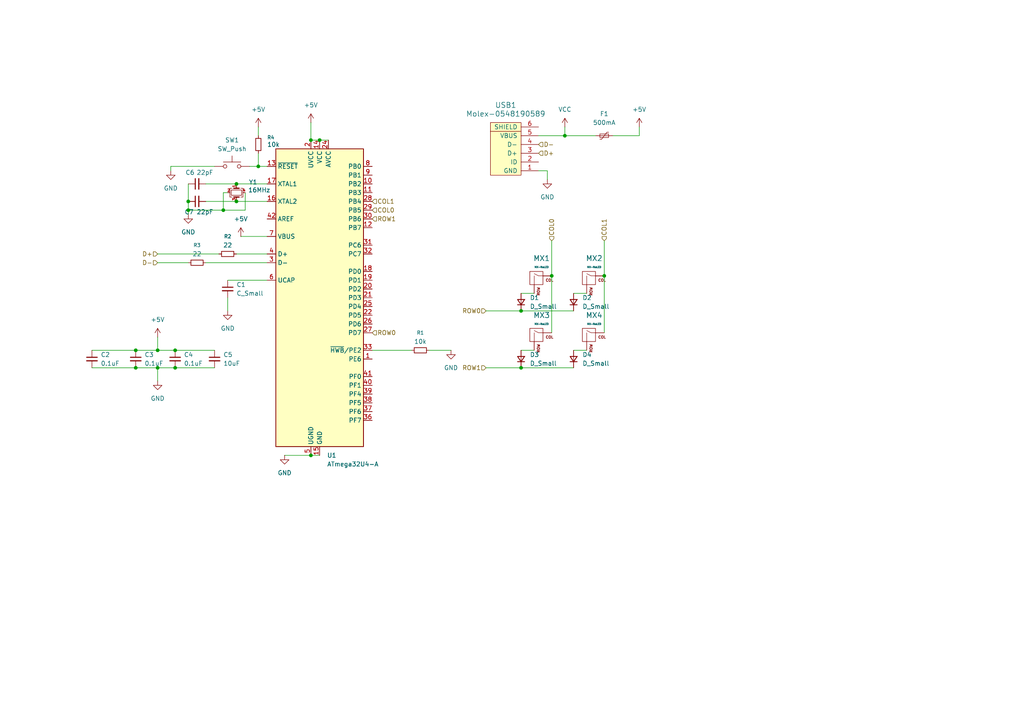
<source format=kicad_sch>
(kicad_sch (version 20250114) (generator "eeschema") (generator_version "9.0")
  (paper "A4")
  (lib_symbols
    (symbol "Device:C_Small" (pin_numbers (hide yes)) (pin_names (offset 0.254) (hide yes))
      (property "Reference" "C" (at 0.254 1.778 0))
      (property "Value" "C_Small" (at 0.254 -2.032 0))
      (symbol "C_Small_0_1"
        (polyline (pts (xy -1.524 0.508) (xy 1.524 0.508)) (stroke (width 0.3048)))
        (polyline (pts (xy -1.524 -0.508) (xy 1.524 -0.508)) (stroke (width 0.3302)))
      )
      (symbol "C_Small_1_1"
        (pin passive line (at 0 2.54 270) (length 2.032) (name "~") (number "1"))
        (pin passive line (at 0 -2.54 90) (length 2.032) (name "~") (number "2"))
      )
    )
    (symbol "Device:Crystal_GND24_Small" (pin_names (offset 1.016) (hide yes))
      (property "Reference" "Y" (at 1.27 4.445 0))
      (property "Value" "Crystal_GND24_Small" (at 1.27 2.54 0))
      (symbol "Crystal_GND24_Small_0_1"
        (polyline (pts (xy -1.27 1.27) (xy -1.27 1.905) (xy 1.27 1.905) (xy 1.27 1.27)))
        (polyline (pts (xy -1.27 -0.762) (xy -1.27 0.762)) (stroke (width 0.381)))
        (polyline (pts (xy -1.27 -1.27) (xy -1.27 -1.905) (xy 1.27 -1.905) (xy 1.27 -1.27)))
        (rectangle (start -0.762 -1.524) (end 0.762 1.524))
        (polyline (pts (xy 1.27 -0.762) (xy 1.27 0.762)) (stroke (width 0.381)))
      )
      (symbol "Crystal_GND24_Small_1_1"
        (pin passive line (at -2.54 0 0) (length 1.27) (name "1") (number "1"))
        (pin passive line (at 0 2.54 270) (length 0.635) (name "4") (number "4"))
        (pin passive line (at 0 -2.54 90) (length 0.635) (name "2") (number "2"))
        (pin passive line (at 2.54 0 180) (length 1.27) (name "3") (number "3"))
      )
    )
    (symbol "Device:D_Small" (pin_numbers (hide yes)) (pin_names (offset 0.254) (hide yes))
      (property "Reference" "D" (at -1.27 2.032 0))
      (property "Value" "D_Small" (at -3.81 -2.032 0))
      (symbol "D_Small_0_1"
        (polyline (pts (xy -0.762 0) (xy 0.762 0)))
        (polyline (pts (xy -0.762 -1.016) (xy -0.762 1.016)) (stroke (width 0.254)))
        (polyline (pts (xy 0.762 -1.016) (xy -0.762 0) (xy 0.762 1.016) (xy 0.762 -1.016)) (stroke (width 0.254)))
      )
      (symbol "D_Small_1_1"
        (pin passive line (at -2.54 0 0) (length 1.778) (name "K") (number "1"))
        (pin passive line (at 2.54 0 180) (length 1.778) (name "A") (number "2"))
      )
    )
    (symbol "Device:Polyfuse_Small" (pin_numbers (hide yes)) (pin_names (offset 0))
      (property "Reference" "F" (at -1.905 0 90))
      (property "Value" "Polyfuse_Small" (at 1.905 0 90))
      (symbol "Polyfuse_Small_0_1"
        (polyline (pts (xy -1.016 1.27) (xy -1.016 0.762) (xy 1.016 -0.762) (xy 1.016 -1.27)))
        (rectangle (start -0.508 1.27) (end 0.508 -1.27))
        (polyline (pts (xy 0 2.54) (xy 0 -2.54)))
      )
      (symbol "Polyfuse_Small_1_1"
        (pin passive line (at 0 2.54 270) (length 0.635) (name "~") (number "1"))
        (pin passive line (at 0 -2.54 90) (length 0.635) (name "~") (number "2"))
      )
    )
    (symbol "Device:R_Small" (pin_numbers (hide yes)) (pin_names (offset 0.254) (hide yes))
      (property "Reference" "R" (at 0 0 90))
      (property "Value" "R_Small" (at 1.778 0 90))
      (symbol "R_Small_0_1"
        (rectangle (start -0.762 1.778) (end 0.762 -1.778) (stroke (width 0.2032)))
      )
      (symbol "R_Small_1_1"
        (pin passive line (at 0 2.54 270) (length 0.762) (name "~") (number "1"))
        (pin passive line (at 0 -2.54 90) (length 0.762) (name "~") (number "2"))
      )
    )
    (symbol "MCU_Microchip_ATmega:ATmega32U4-A"
      (property "Reference" "U" (at -12.7 44.45 0))
      (property "Value" "ATmega32U4-A" (at 2.54 -44.45 0))
      (symbol "ATmega32U4-A_0_1"
        (rectangle (start -12.7 -43.18) (end 12.7 43.18) (stroke (width 0.254)) (fill (type background)))
      )
      (symbol "ATmega32U4-A_1_1"
        (pin input line (at -15.24 38.1 0) (length 2.54) (name "~{RESET}") (number "13"))
        (pin input line (at -15.24 33.02 0) (length 2.54) (name "XTAL1") (number "17"))
        (pin output line (at -15.24 27.94 0) (length 2.54) (name "XTAL2") (number "16"))
        (pin passive line (at -15.24 22.86 0) (length 2.54) (name "AREF") (number "42"))
        (pin input line (at -15.24 17.78 0) (length 2.54) (name "VBUS") (number "7"))
        (pin bidirectional line (at -15.24 12.7 0) (length 2.54) (name "D+") (number "4"))
        (pin bidirectional line (at -15.24 10.16 0) (length 2.54) (name "D-") (number "3"))
        (pin passive line (at -15.24 5.08 0) (length 2.54) (name "UCAP") (number "6"))
        (pin power_in line (at -2.54 45.72 270) (length 2.54) (name "UVCC") (number "2"))
        (pin passive line (at -2.54 -45.72 90) (length 2.54) (name "UGND") (number "5"))
        (pin power_in line (at 0 45.72 270) (length 2.54) (name "VCC") (number "14"))
        (pin passive line (at 0 45.72 270) (length 2.54) (hide yes) (name "VCC") (number "34"))
        (pin power_in line (at 0 -45.72 90) (length 2.54) (name "GND") (number "15"))
        (pin passive line (at 0 -45.72 90) (length 2.54) (hide yes) (name "GND") (number "23"))
        (pin passive line (at 0 -45.72 90) (length 2.54) (hide yes) (name "GND") (number "35"))
        (pin passive line (at 0 -45.72 90) (length 2.54) (hide yes) (name "GND") (number "43"))
        (pin power_in line (at 2.54 45.72 270) (length 2.54) (name "AVCC") (number "24"))
        (pin passive line (at 2.54 45.72 270) (length 2.54) (hide yes) (name "AVCC") (number "44"))
        (pin bidirectional line (at 15.24 38.1 180) (length 2.54) (name "PB0") (number "8"))
        (pin bidirectional line (at 15.24 35.56 180) (length 2.54) (name "PB1") (number "9"))
        (pin bidirectional line (at 15.24 33.02 180) (length 2.54) (name "PB2") (number "10"))
        (pin bidirectional line (at 15.24 30.48 180) (length 2.54) (name "PB3") (number "11"))
        (pin bidirectional line (at 15.24 27.94 180) (length 2.54) (name "PB4") (number "28"))
        (pin bidirectional line (at 15.24 25.4 180) (length 2.54) (name "PB5") (number "29"))
        (pin bidirectional line (at 15.24 22.86 180) (length 2.54) (name "PB6") (number "30"))
        (pin bidirectional line (at 15.24 20.32 180) (length 2.54) (name "PB7") (number "12"))
        (pin bidirectional line (at 15.24 15.24 180) (length 2.54) (name "PC6") (number "31"))
        (pin bidirectional line (at 15.24 12.7 180) (length 2.54) (name "PC7") (number "32"))
        (pin bidirectional line (at 15.24 7.62 180) (length 2.54) (name "PD0") (number "18"))
        (pin bidirectional line (at 15.24 5.08 180) (length 2.54) (name "PD1") (number "19"))
        (pin bidirectional line (at 15.24 2.54 180) (length 2.54) (name "PD2") (number "20"))
        (pin bidirectional line (at 15.24 0 180) (length 2.54) (name "PD3") (number "21"))
        (pin bidirectional line (at 15.24 -2.54 180) (length 2.54) (name "PD4") (number "25"))
        (pin bidirectional line (at 15.24 -5.08 180) (length 2.54) (name "PD5") (number "22"))
        (pin bidirectional line (at 15.24 -7.62 180) (length 2.54) (name "PD6") (number "26"))
        (pin bidirectional line (at 15.24 -10.16 180) (length 2.54) (name "PD7") (number "27"))
        (pin bidirectional line (at 15.24 -15.24 180) (length 2.54) (name "~{HWB}/PE2") (number "33"))
        (pin bidirectional line (at 15.24 -17.78 180) (length 2.54) (name "PE6") (number "1"))
        (pin bidirectional line (at 15.24 -22.86 180) (length 2.54) (name "PF0") (number "41"))
        (pin bidirectional line (at 15.24 -25.4 180) (length 2.54) (name "PF1") (number "40"))
        (pin bidirectional line (at 15.24 -27.94 180) (length 2.54) (name "PF4") (number "39"))
        (pin bidirectional line (at 15.24 -30.48 180) (length 2.54) (name "PF5") (number "38"))
        (pin bidirectional line (at 15.24 -33.02 180) (length 2.54) (name "PF6") (number "37"))
        (pin bidirectional line (at 15.24 -35.56 180) (length 2.54) (name "PF7") (number "36"))
      )
    )
    (symbol "MX_Alps_Hybrid:MX-NoLED" (pin_names (offset 1.016))
      (property "Reference" "MX" (at -0.635 3.81 0))
      (property "Value" "MX-NoLED" (at -0.635 1.27 0))
      (symbol "MX-NoLED_0_0"
        (rectangle (start -2.54 2.54) (end 1.27 -1.27))
        (polyline (pts (xy -1.27 -1.27) (xy -1.27 1.27)) (stroke (width 0.127)))
        (polyline (pts (xy 1.27 1.27) (xy 0 1.27) (xy -1.27 1.905)) (stroke (width 0.127)))
        (text "ROW" (at 0 -1.905 900) (effects (font (size 0.762 0.762)) (justify right)))
        (text "COL" (at 3.175 0 0) (effects (font (size 0.762 0.762))))
      )
      (symbol "MX-NoLED_1_1"
        (pin passive line (at -1.27 -3.81 90) (length 2.54) (name "ROW") (number "2"))
        (pin passive line (at 3.81 1.27 180) (length 2.54) (name "COL") (number "1"))
      )
    )
    (symbol "Switch:SW_Push" (pin_numbers (hide yes)) (pin_names (offset 1.016) (hide yes))
      (property "Reference" "SW" (at 1.27 2.54 0))
      (property "Value" "SW_Push" (at 0 -1.524 0))
      (symbol "SW_Push_0_1"
        (circle (center -2.032 0) (radius 0.508))
        (polyline (pts (xy 0 1.27) (xy 0 3.048)))
        (circle (center 2.032 0) (radius 0.508))
        (polyline (pts (xy 2.54 1.27) (xy -2.54 1.27)))
        (pin passive line (at -5.08 0 0) (length 2.54) (name "1") (number "1"))
        (pin passive line (at 5.08 0 180) (length 2.54) (name "2") (number "2"))
      )
    )
    (symbol "power:+5V" (power) (pin_numbers (hide yes)) (pin_names (offset 0) (hide yes))
      (property "Value" "+5V" (at 0 3.556 0))
      (symbol "+5V_0_1"
        (polyline (pts (xy -0.762 1.27) (xy 0 2.54)))
        (polyline (pts (xy 0 2.54) (xy 0.762 1.27)))
        (polyline (pts (xy 0 0) (xy 0 2.54)))
      )
      (symbol "+5V_1_1"
        (pin power_in line (at 0 0 90) (length 0) (name "~") (number "1"))
      )
    )
    (symbol "power:GND" (power) (pin_numbers (hide yes)) (pin_names (offset 0) (hide yes))
      (property "Value" "GND" (at 0 -3.81 0))
      (symbol "GND_0_1"
        (polyline (pts (xy 0 0) (xy 0 -1.27) (xy 1.27 -1.27) (xy 0 -2.54) (xy -1.27 -1.27) (xy 0 -1.27)))
      )
      (symbol "GND_1_1"
        (pin power_in line (at 0 0 270) (length 0) (name "~") (number "1"))
      )
    )
    (symbol "power:VCC" (power) (pin_numbers (hide yes)) (pin_names (offset 0) (hide yes))
      (property "Value" "VCC" (at 0 3.556 0))
      (symbol "VCC_0_1"
        (polyline (pts (xy -0.762 1.27) (xy 0 2.54)))
        (polyline (pts (xy 0 2.54) (xy 0.762 1.27)))
        (polyline (pts (xy 0 0) (xy 0 2.54)))
      )
      (symbol "VCC_1_1"
        (pin power_in line (at 0 0 90) (length 0) (name "~") (number "1"))
      )
    )
    (symbol "random-keyboard-parts:Molex-0548190589" (pin_names (offset 1.016))
      (property "Reference" "USB" (at 0 7.62 0))
      (property "Value" "Molex-0548190589" (at 0 10.16 0))
      (symbol "Molex-0548190589_0_0"
        (polyline (pts (xy 6.35 -2.54) (xy 6.35 6.35)))
        (rectangle (start 8.89 -2.54) (end -6.35 6.35) (fill (type background)))
      )
      (symbol "Molex-0548190589_1_1"
        (pin input line (at -5.08 -7.62 90) (length 5.08) (name "GND") (number "1"))
        (pin input line (at -2.54 -7.62 90) (length 5.08) (name "ID") (number "2"))
        (pin input line (at 0 -7.62 90) (length 5.08) (name "D+") (number "3"))
        (pin input line (at 2.54 -7.62 90) (length 5.08) (name "D-") (number "4"))
        (pin input line (at 5.08 -7.62 90) (length 5.08) (name "VBUS") (number "5"))
        (pin input line (at 7.62 -7.62 90) (length 5.08) (name "SHIELD") (number "6"))
      )
    )
  )
  (junction (at 74.93 48.26))
  (junction (at 90.17 40.64))
  (junction (at 54.61 58.42))
  (junction (at 45.72 101.6))
  (junction (at 68.58 58.42))
  (junction (at 64.77 60.96))
  (junction (at 163.83 39.37))
  (junction (at 50.8 106.68))
  (junction (at 90.17 132.08))
  (junction (at 45.72 106.68))
  (junction (at 151.13 106.68))
  (junction (at 50.8 101.6))
  (junction (at 68.58 53.34))
  (junction (at 175.26 80.01))
  (junction (at 160.02 80.01))
  (junction (at 39.37 101.6))
  (junction (at 151.13 90.17))
  (junction (at 92.71 40.64))
  (junction (at 54.61 60.96))
  (junction (at 39.37 106.68))
  (wire (pts (xy 92.71 40.64) (xy 95.25 40.64)))
  (wire (pts (xy 68.58 73.66) (xy 77.47 73.66)))
  (wire (pts (xy 50.8 106.68) (xy 62.23 106.68)))
  (wire (pts (xy 175.26 69.85) (xy 175.26 80.01)))
  (wire (pts (xy 82.55 132.08) (xy 90.17 132.08)))
  (wire (pts (xy 90.17 40.64) (xy 92.71 40.64)))
  (wire (pts (xy 160.02 96.52) (xy 160.02 80.01)))
  (wire (pts (xy 140.97 106.68) (xy 151.13 106.68)))
  (wire (pts (xy 163.83 36.83) (xy 163.83 39.37)))
  (wire (pts (xy 160.02 80.01) (xy 160.02 69.85)))
  (wire (pts (xy 166.37 85.09) (xy 170.18 85.09)))
  (wire (pts (xy 158.75 49.53) (xy 158.75 52.07)))
  (wire (pts (xy 64.77 60.96) (xy 54.61 60.96)))
  (wire (pts (xy 185.42 39.37) (xy 185.42 36.83)))
  (wire (pts (xy 151.13 106.68) (xy 166.37 106.68)))
  (wire (pts (xy 45.72 106.68) (xy 50.8 106.68)))
  (wire (pts (xy 64.77 55.88) (xy 64.77 60.96)))
  (wire (pts (xy 59.69 76.2) (xy 77.47 76.2)))
  (wire (pts (xy 68.58 53.34) (xy 77.47 53.34)))
  (wire (pts (xy 54.61 58.42) (xy 54.61 60.96)))
  (wire (pts (xy 45.72 101.6) (xy 50.8 101.6)))
  (wire (pts (xy 74.93 44.45) (xy 74.93 48.26)))
  (wire (pts (xy 45.72 106.68) (xy 45.72 110.49)))
  (wire (pts (xy 50.8 101.6) (xy 62.23 101.6)))
  (wire (pts (xy 62.23 48.26) (xy 49.53 48.26)))
  (wire (pts (xy 69.85 68.58) (xy 77.47 68.58)))
  (wire (pts (xy 26.67 101.6) (xy 39.37 101.6)))
  (wire (pts (xy 45.72 97.79) (xy 45.72 101.6)))
  (wire (pts (xy 66.04 81.28) (xy 77.47 81.28)))
  (wire (pts (xy 26.67 106.68) (xy 39.37 106.68)))
  (wire (pts (xy 151.13 85.09) (xy 154.94 85.09)))
  (wire (pts (xy 59.69 53.34) (xy 68.58 53.34)))
  (wire (pts (xy 156.21 39.37) (xy 163.83 39.37)))
  (wire (pts (xy 140.97 90.17) (xy 151.13 90.17)))
  (wire (pts (xy 66.04 86.36) (xy 66.04 90.17)))
  (wire (pts (xy 49.53 48.26) (xy 49.53 49.53)))
  (wire (pts (xy 151.13 90.17) (xy 166.37 90.17)))
  (wire (pts (xy 54.61 60.96) (xy 54.61 62.23)))
  (wire (pts (xy 166.37 101.6) (xy 170.18 101.6)))
  (wire (pts (xy 39.37 106.68) (xy 45.72 106.68)))
  (wire (pts (xy 151.13 101.6) (xy 154.94 101.6)))
  (wire (pts (xy 74.93 36.83) (xy 74.93 39.37)))
  (wire (pts (xy 90.17 35.56) (xy 90.17 40.64)))
  (wire (pts (xy 124.46 101.6) (xy 130.81 101.6)))
  (wire (pts (xy 66.04 55.88) (xy 64.77 55.88)))
  (wire (pts (xy 72.39 48.26) (xy 74.93 48.26)))
  (wire (pts (xy 107.95 101.6) (xy 119.38 101.6)))
  (wire (pts (xy 54.61 53.34) (xy 54.61 58.42)))
  (wire (pts (xy 68.58 58.42) (xy 77.47 58.42)))
  (wire (pts (xy 45.72 76.2) (xy 54.61 76.2)))
  (wire (pts (xy 71.12 55.88) (xy 71.12 60.96)))
  (wire (pts (xy 45.72 73.66) (xy 63.5 73.66)))
  (wire (pts (xy 177.8 39.37) (xy 185.42 39.37)))
  (wire (pts (xy 39.37 101.6) (xy 45.72 101.6)))
  (wire (pts (xy 74.93 48.26) (xy 77.47 48.26)))
  (wire (pts (xy 175.26 80.01) (xy 175.26 96.52)))
  (wire (pts (xy 156.21 49.53) (xy 158.75 49.53)))
  (wire (pts (xy 59.69 58.42) (xy 68.58 58.42)))
  (wire (pts (xy 90.17 132.08) (xy 92.71 132.08)))
  (wire (pts (xy 163.83 39.37) (xy 172.72 39.37)))
  (wire (pts (xy 71.12 60.96) (xy 64.77 60.96)))
  (hierarchical_label "D-" (shape input) (at 45.72 76.2 180))
  (hierarchical_label "D+" (shape input) (at 45.72 73.66 180))
  (hierarchical_label "COL0" (shape input) (at 160.02 69.85 90))
  (hierarchical_label "ROW0" (shape input) (at 107.95 96.52 0))
  (hierarchical_label "COL1" (shape input) (at 175.26 69.85 90))
  (hierarchical_label "D+" (shape input) (at 156.21 44.45 0))
  (hierarchical_label "ROW1" (shape input) (at 107.95 63.5 0))
  (hierarchical_label "COL1" (shape input) (at 107.95 58.42 0))
  (hierarchical_label "ROW1" (shape input) (at 140.97 106.68 180))
  (hierarchical_label "ROW0" (shape input) (at 140.97 90.17 180))
  (hierarchical_label "COL0" (shape input) (at 107.95 60.96 0))
  (hierarchical_label "D-" (shape input) (at 156.21 41.91 0))
  (symbol (lib_id "MX_Alps_Hybrid:MX-NoLED") (at 156.21 97.79 0) (unit 1)
    (property "Reference" "MX3" (at 157.1052 91.44 0) (effects (font (size 1.524 1.524))))
    (property "Value" "MX-NoLED" (at 157.1052 93.98 0) (effects (font (size 0.508 0.508))))
    (property "Footprint" "Button_Switch_Keyboard:SW_Cherry_MX_1.00u_PCB" (effects (hide yes)))
  )
  (symbol (lib_id "power:+5V") (at 185.42 36.83 0) (unit 1)
    (property "Reference" "#PWR011" (effects (hide yes)))
    (property "Value" "+5V" (at 185.42 31.75 0))
    (property "Description" "Power symbol creates a global label with name \"+5V\"" (effects (hide yes)))
  )
  (symbol (lib_id "Device:R_Small") (at 121.92 101.6 90) (unit 1)
    (property "Reference" "R1" (at 121.92 96.52 90) (effects (font (size 1.016 1.016))))
    (property "Value" "10k" (at 121.92 99.06 90))
    (property "Footprint" "Resistor_SMD:R_0805_2012Metric" (effects (hide yes)))
    (property "Description" "Resistor, small symbol" (effects (hide yes)))
  )
  (symbol (lib_id "Device:Polyfuse_Small") (at 175.26 39.37 90) (unit 1)
    (property "Reference" "F1" (at 175.26 33.02 90))
    (property "Value" "500mA" (at 175.26 35.56 90))
    (property "Footprint" "Fuse:Fuse_1206_3216Metric" (effects (hide yes)))
    (property "Description" "Resettable fuse, polymeric positive temperature coefficient, small symbol" (effects (hide yes)))
  )
  (symbol (lib_id "Device:C_Small") (at 26.67 104.14 0) (unit 1)
    (property "Reference" "C2" (at 29.21 102.8762 0) (effects (justify left)))
    (property "Value" "0.1uF" (at 29.21 105.4162 0) (effects (justify left)))
    (property "Footprint" "Capacitor_SMD:C_0805_2012Metric" (effects (hide yes)))
    (property "Description" "Unpolarized capacitor, small symbol" (effects (hide yes)))
  )
  (symbol (lib_id "Device:R_Small") (at 66.04 73.66 90) (unit 1)
    (property "Reference" "R2" (at 66.04 68.58 90) (effects (font (size 1.016 1.016))))
    (property "Value" "22" (at 66.04 71.12 90))
    (property "Footprint" "Resistor_SMD:R_0805_2012Metric" (effects (hide yes)))
    (property "Description" "Resistor, small symbol" (effects (hide yes)))
  )
  (symbol (lib_id "Device:C_Small") (at 66.04 83.82 0) (unit 1)
    (property "Reference" "C1" (at 68.58 82.5562 0) (effects (justify left)))
    (property "Value" "C_Small" (at 68.58 85.0962 0) (effects (justify left)))
    (property "Footprint" "Capacitor_SMD:C_0805_2012Metric" (effects (hide yes)))
    (property "Description" "Unpolarized capacitor, small symbol" (effects (hide yes)))
  )
  (symbol (lib_id "Device:D_Small") (at 166.37 104.14 90) (unit 1)
    (property "Reference" "D4" (at 168.91 102.8699 90) (effects (justify right)))
    (property "Value" "D_Small" (at 168.91 105.4099 90) (effects (justify right)))
    (property "Footprint" "Diode_SMD:D_SOD-123" (effects (hide yes)))
    (property "Description" "Diode, small symbol" (effects (hide yes)))
    (property "Sim.Device" "D" (effects (hide yes)))
    (property "Sim.Pins" "1=K 2=A" (effects (hide yes)))
  )
  (symbol (lib_id "power:+5V") (at 45.72 97.79 0) (unit 1)
    (property "Reference" "#PWR05" (effects (hide yes)))
    (property "Value" "+5V" (at 45.72 92.71 0))
    (property "Description" "Power symbol creates a global label with name \"+5V\"" (effects (hide yes)))
  )
  (symbol (lib_id "Device:C_Small") (at 62.23 104.14 0) (unit 1)
    (property "Reference" "C5" (at 64.77 102.8762 0) (effects (justify left)))
    (property "Value" "10uF" (at 64.77 105.4162 0) (effects (justify left)))
    (property "Footprint" "Capacitor_SMD:C_0805_2012Metric" (effects (hide yes)))
    (property "Description" "Unpolarized capacitor, small symbol" (effects (hide yes)))
  )
  (symbol (lib_id "Device:C_Small") (at 50.8 104.14 0) (unit 1)
    (property "Reference" "C4" (at 53.34 102.8762 0) (effects (justify left)))
    (property "Value" "0.1uF" (at 53.34 105.4162 0) (effects (justify left)))
    (property "Footprint" "Capacitor_SMD:C_0805_2012Metric" (effects (hide yes)))
    (property "Description" "Unpolarized capacitor, small symbol" (effects (hide yes)))
  )
  (symbol (lib_id "power:GND") (at 45.72 110.49 0) (unit 1)
    (property "Reference" "#PWR06" (effects (hide yes)))
    (property "Value" "GND" (at 45.72 115.57 0))
    (property "Description" "Power symbol creates a global label with name \"GND\" , ground" (effects (hide yes)))
  )
  (symbol (lib_id "Device:R_Small") (at 74.93 41.91 0) (unit 1)
    (property "Reference" "R4" (at 77.47 39.878 0) (effects (font (size 1.016 1.016)) (justify left)))
    (property "Value" "10k" (at 77.47 41.91 0) (effects (justify left)))
    (property "Footprint" "Resistor_SMD:R_0805_2012Metric" (effects (hide yes)))
    (property "Description" "Resistor, small symbol" (effects (hide yes)))
  )
  (symbol (lib_id "Device:Crystal_GND24_Small") (at 68.58 55.88 270) (unit 1)
    (property "Reference" "Y1" (at 73.406 52.832 90))
    (property "Value" "16MHz" (at 75.184 55.118 90))
    (property "Footprint" "Crystal:Crystal_SMD_3225-4Pin_3.2x2.5mm" (effects (hide yes)))
    (property "Description" "Four pin crystal, GND on pins 2 and 4, small symbol" (effects (hide yes)))
  )
  (symbol (lib_id "Device:D_Small") (at 166.37 87.63 90) (unit 1)
    (property "Reference" "D2" (at 168.91 86.3599 90) (effects (justify right)))
    (property "Value" "D_Small" (at 168.91 88.8999 90) (effects (justify right)))
    (property "Footprint" "Diode_SMD:D_SOD-123" (effects (hide yes)))
    (property "Description" "Diode, small symbol" (effects (hide yes)))
    (property "Sim.Device" "D" (effects (hide yes)))
    (property "Sim.Pins" "1=K 2=A" (effects (hide yes)))
  )
  (symbol (lib_id "Device:C_Small") (at 39.37 104.14 0) (unit 1)
    (property "Reference" "C3" (at 41.91 102.8762 0) (effects (justify left)))
    (property "Value" "0.1uF" (at 41.91 105.4162 0) (effects (justify left)))
    (property "Footprint" "Capacitor_SMD:C_0805_2012Metric" (effects (hide yes)))
    (property "Description" "Unpolarized capacitor, small symbol" (effects (hide yes)))
  )
  (symbol (lib_id "MX_Alps_Hybrid:MX-NoLED") (at 171.45 97.79 0) (unit 1)
    (property "Reference" "MX4" (at 172.3452 91.44 0) (effects (font (size 1.524 1.524))))
    (property "Value" "MX-NoLED" (at 172.3452 93.98 0) (effects (font (size 0.508 0.508))))
    (property "Footprint" "Button_Switch_Keyboard:SW_Cherry_MX_1.00u_PCB" (effects (hide yes)))
  )
  (symbol (lib_id "power:GND") (at 130.81 101.6 0) (unit 1)
    (property "Reference" "#PWR03" (effects (hide yes)))
    (property "Value" "GND" (at 130.81 106.68 0))
    (property "Description" "Power symbol creates a global label with name \"GND\" , ground" (effects (hide yes)))
  )
  (symbol (lib_id "MX_Alps_Hybrid:MX-NoLED") (at 156.21 81.28 0) (unit 1)
    (property "Reference" "MX1" (at 157.1052 74.93 0) (effects (font (size 1.524 1.524))))
    (property "Value" "MX-NoLED" (at 157.1052 77.47 0) (effects (font (size 0.508 0.508))))
    (property "Footprint" "Button_Switch_Keyboard:SW_Cherry_MX_1.00u_PCB" (effects (hide yes)))
  )
  (symbol (lib_id "MX_Alps_Hybrid:MX-NoLED") (at 171.45 81.28 0) (unit 1)
    (property "Reference" "MX2" (at 172.3452 74.93 0) (effects (font (size 1.524 1.524))))
    (property "Value" "MX-NoLED" (at 172.3452 77.47 0) (effects (font (size 0.508 0.508))))
    (property "Footprint" "Button_Switch_Keyboard:SW_Cherry_MX_1.00u_PCB" (effects (hide yes)))
  )
  (symbol (lib_id "power:GND") (at 49.53 49.53 0) (unit 1)
    (property "Reference" "#PWR09" (effects (hide yes)))
    (property "Value" "GND" (at 49.53 54.61 0))
    (property "Description" "Power symbol creates a global label with name \"GND\" , ground" (effects (hide yes)))
  )
  (symbol (lib_id "power:+5V") (at 69.85 68.58 0) (unit 1)
    (property "Reference" "#PWR07" (effects (hide yes)))
    (property "Value" "+5V" (at 69.85 63.5 0))
    (property "Description" "Power symbol creates a global label with name \"+5V\"" (effects (hide yes)))
  )
  (symbol (lib_id "MCU_Microchip_ATmega:ATmega32U4-A") (at 92.71 86.36 0) (unit 1)
    (property "Reference" "U1" (at 94.8533 132.08 0) (effects (justify left)))
    (property "Value" "ATmega32U4-A" (at 94.8533 134.62 0) (effects (justify left)))
    (property "Footprint" "Package_QFP:TQFP-44_10x10mm_P0.8mm" (effects (hide yes)))
    (property "Datasheet" "http://ww1.microchip.com/downloads/en/DeviceDoc/Atmel-7766-8-bit-AVR-ATmega16U4-32U4_Datasheet.pdf" (effects (hide yes)))
    (property "Description" "16MHz, 32kB Flash, 2.5kB SRAM, 1kB EEPROM, USB 2.0, TQFP-44" (effects (hide yes)))
  )
  (symbol (lib_id "power:GND") (at 158.75 52.07 0) (unit 1)
    (property "Reference" "#PWR013" (effects (hide yes)))
    (property "Value" "GND" (at 158.75 57.15 0))
    (property "Description" "Power symbol creates a global label with name \"GND\" , ground" (effects (hide yes)))
  )
  (symbol (lib_id "Device:D_Small") (at 151.13 104.14 90) (unit 1)
    (property "Reference" "D3" (at 153.67 102.8699 90) (effects (justify right)))
    (property "Value" "D_Small" (at 153.67 105.4099 90) (effects (justify right)))
    (property "Footprint" "Diode_SMD:D_SOD-123" (effects (hide yes)))
    (property "Description" "Diode, small symbol" (effects (hide yes)))
    (property "Sim.Device" "D" (effects (hide yes)))
    (property "Sim.Pins" "1=K 2=A" (effects (hide yes)))
  )
  (symbol (lib_id "Switch:SW_Push") (at 67.31 48.26 0) (unit 1)
    (property "Reference" "SW1" (at 67.31 40.64 0))
    (property "Value" "SW_Push" (at 67.31 43.18 0))
    (property "Footprint" "random-keyboard-parts:SKQG-1155865" (effects (hide yes)))
    (property "Description" "Push button switch, generic, two pins" (effects (hide yes)))
  )
  (symbol (lib_id "power:GND") (at 66.04 90.17 0) (unit 1)
    (property "Reference" "#PWR04" (effects (hide yes)))
    (property "Value" "GND" (at 66.04 95.25 0))
    (property "Description" "Power symbol creates a global label with name \"GND\" , ground" (effects (hide yes)))
  )
  (symbol (lib_id "power:GND") (at 54.61 62.23 0) (unit 1)
    (property "Reference" "#PWR08" (effects (hide yes)))
    (property "Value" "GND" (at 54.61 67.31 0))
    (property "Description" "Power symbol creates a global label with name \"GND\" , ground" (effects (hide yes)))
  )
  (symbol (lib_id "Device:C_Small") (at 57.15 53.34 90) (unit 1)
    (property "Reference" "C6" (at 55.118 50.038 90))
    (property "Value" "22pF" (at 59.436 50.038 90))
    (property "Footprint" "Capacitor_SMD:C_0805_2012Metric" (effects (hide yes)))
    (property "Description" "Unpolarized capacitor, small symbol" (effects (hide yes)))
  )
  (symbol (lib_id "Device:D_Small") (at 151.13 87.63 90) (unit 1)
    (property "Reference" "D1" (at 153.67 86.3599 90) (effects (justify right)))
    (property "Value" "D_Small" (at 153.67 88.8999 90) (effects (justify right)))
    (property "Footprint" "Diode_SMD:D_SOD-123" (effects (hide yes)))
    (property "Description" "Diode, small symbol" (effects (hide yes)))
    (property "Sim.Device" "D" (effects (hide yes)))
    (property "Sim.Pins" "1=K 2=A" (effects (hide yes)))
  )
  (symbol (lib_id "Device:C_Small") (at 57.15 58.42 90) (unit 1)
    (property "Reference" "C7" (at 54.864 61.468 90))
    (property "Value" "22pF" (at 59.436 61.468 90))
    (property "Footprint" "Capacitor_SMD:C_0805_2012Metric" (effects (hide yes)))
    (property "Description" "Unpolarized capacitor, small symbol" (effects (hide yes)))
  )
  (symbol (lib_id "power:+5V") (at 74.93 36.83 0) (unit 1)
    (property "Reference" "#PWR010" (effects (hide yes)))
    (property "Value" "+5V" (at 74.93 31.75 0))
    (property "Description" "Power symbol creates a global label with name \"+5V\"" (effects (hide yes)))
  )
  (symbol (lib_id "power:GND") (at 82.55 132.08 0) (unit 1)
    (property "Reference" "#PWR02" (effects (hide yes)))
    (property "Value" "GND" (at 82.55 137.16 0))
    (property "Description" "Power symbol creates a global label with name \"GND\" , ground" (effects (hide yes)))
  )
  (symbol (lib_id "random-keyboard-parts:Molex-0548190589") (at 148.59 44.45 90) (unit 1)
    (property "Reference" "USB1" (at 146.685 30.48 90) (effects (font (size 1.524 1.524))))
    (property "Value" "Molex-0548190589" (at 146.685 33.02 90) (effects (font (size 1.524 1.524))))
    (property "Footprint" "random-keyboard-parts:Molex-0548190589" (effects (hide yes)))
  )
  (symbol (lib_id "Device:R_Small") (at 57.15 76.2 90) (unit 1)
    (property "Reference" "R3" (at 57.15 71.12 90) (effects (font (size 1.016 1.016))))
    (property "Value" "22" (at 57.15 73.66 90))
    (property "Footprint" "Resistor_SMD:R_0805_2012Metric" (effects (hide yes)))
    (property "Description" "Resistor, small symbol" (effects (hide yes)))
  )
  (symbol (lib_id "power:+5V") (at 90.17 35.56 0) (unit 1)
    (property "Reference" "#PWR01" (effects (hide yes)))
    (property "Value" "+5V" (at 90.17 30.48 0))
    (property "Description" "Power symbol creates a global label with name \"+5V\"" (effects (hide yes)))
  )
  (symbol (lib_id "power:VCC") (at 163.83 36.83 0) (unit 1)
    (property "Reference" "#PWR012" (effects (hide yes)))
    (property "Value" "VCC" (at 163.83 31.75 0))
    (property "Description" "Power symbol creates a global label with name \"VCC\"" (effects (hide yes)))
  )
)
</source>
